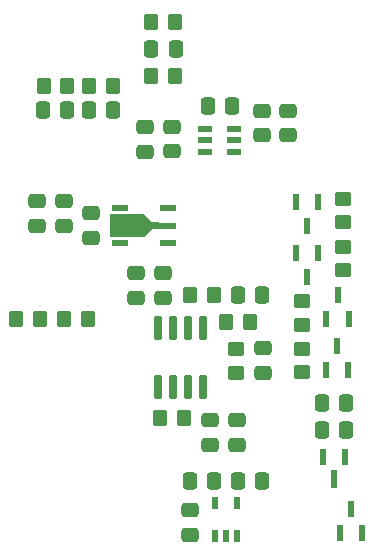
<source format=gbr>
%TF.GenerationSoftware,KiCad,Pcbnew,8.0.7+1*%
%TF.CreationDate,2025-02-06T19:29:56-05:00*%
%TF.ProjectId,jetKVM-audio-expansion,6a65744b-564d-42d6-9175-64696f2d6578,rev?*%
%TF.SameCoordinates,Original*%
%TF.FileFunction,Paste,Top*%
%TF.FilePolarity,Positive*%
%FSLAX46Y46*%
G04 Gerber Fmt 4.6, Leading zero omitted, Abs format (unit mm)*
G04 Created by KiCad (PCBNEW 8.0.7+1) date 2025-02-06 19:29:56*
%MOMM*%
%LPD*%
G01*
G04 APERTURE LIST*
G04 Aperture macros list*
%AMRoundRect*
0 Rectangle with rounded corners*
0 $1 Rounding radius*
0 $2 $3 $4 $5 $6 $7 $8 $9 X,Y pos of 4 corners*
0 Add a 4 corners polygon primitive as box body*
4,1,4,$2,$3,$4,$5,$6,$7,$8,$9,$2,$3,0*
0 Add four circle primitives for the rounded corners*
1,1,$1+$1,$2,$3*
1,1,$1+$1,$4,$5*
1,1,$1+$1,$6,$7*
1,1,$1+$1,$8,$9*
0 Add four rect primitives between the rounded corners*
20,1,$1+$1,$2,$3,$4,$5,0*
20,1,$1+$1,$4,$5,$6,$7,0*
20,1,$1+$1,$6,$7,$8,$9,0*
20,1,$1+$1,$8,$9,$2,$3,0*%
%AMFreePoly0*
4,1,9,0.939800,1.993900,0.266700,1.371600,0.266700,-0.711200,-0.266700,-0.711200,-0.266700,1.371600,-0.939800,1.993900,-0.939800,4.876800,0.939800,4.876800,0.939800,1.993900,0.939800,1.993900,$1*%
G04 Aperture macros list end*
%ADD10C,0.000000*%
%ADD11RoundRect,0.250000X-0.350000X-0.450000X0.350000X-0.450000X0.350000X0.450000X-0.350000X0.450000X0*%
%ADD12RoundRect,0.250000X0.337500X0.475000X-0.337500X0.475000X-0.337500X-0.475000X0.337500X-0.475000X0*%
%ADD13RoundRect,0.250000X0.475000X-0.337500X0.475000X0.337500X-0.475000X0.337500X-0.475000X-0.337500X0*%
%ADD14R,0.558800X1.320800*%
%ADD15R,0.558800X1.587500*%
%ADD16RoundRect,0.250000X-0.475000X0.337500X-0.475000X-0.337500X0.475000X-0.337500X0.475000X0.337500X0*%
%ADD17R,1.422400X0.482600*%
%ADD18FreePoly0,90.000000*%
%ADD19RoundRect,0.250000X-0.337500X-0.475000X0.337500X-0.475000X0.337500X0.475000X-0.337500X0.475000X0*%
%ADD20RoundRect,0.250000X0.450000X-0.350000X0.450000X0.350000X-0.450000X0.350000X-0.450000X-0.350000X0*%
%ADD21RoundRect,0.250000X-0.450000X0.350000X-0.450000X-0.350000X0.450000X-0.350000X0.450000X0.350000X0*%
%ADD22RoundRect,0.250000X0.350000X0.450000X-0.350000X0.450000X-0.350000X-0.450000X0.350000X-0.450000X0*%
%ADD23R,0.599999X1.000000*%
%ADD24RoundRect,0.075000X-0.225000X0.910000X-0.225000X-0.910000X0.225000X-0.910000X0.225000X0.910000X0*%
%ADD25RoundRect,0.072500X-0.532500X-0.217500X0.532500X-0.217500X0.532500X0.217500X-0.532500X0.217500X0*%
G04 APERTURE END LIST*
D10*
%TO.C,U5*%
G36*
X117665000Y-96761300D02*
G01*
X118325400Y-96761300D01*
X118325400Y-97294700D01*
X117665000Y-97294700D01*
X117042700Y-97967800D01*
X114159800Y-97967800D01*
X114159800Y-97294700D01*
X114159800Y-96761300D01*
X114159800Y-96088200D01*
X117042700Y-96088200D01*
X117665000Y-96761300D01*
G37*
%TD*%
D11*
%TO.C,R15*%
X110524800Y-85191600D03*
X108524800Y-85191600D03*
%TD*%
%TO.C,R14*%
X114385600Y-85191600D03*
X112385600Y-85191600D03*
%TD*%
D12*
%TO.C,C22*%
X112348100Y-87274400D03*
X114423100Y-87274400D03*
%TD*%
%TO.C,C21*%
X108436500Y-87274400D03*
X110511500Y-87274400D03*
%TD*%
D13*
%TO.C,C6*%
X119395000Y-90754000D03*
X119395000Y-88679000D03*
%TD*%
D14*
%TO.C,U7*%
X134046001Y-116586000D03*
X132145999Y-116586000D03*
D15*
X133096000Y-118484650D03*
%TD*%
D16*
%TO.C,C14*%
X127063497Y-107399000D03*
X127063497Y-109474000D03*
%TD*%
D11*
%TO.C,R9*%
X123968000Y-105156000D03*
X125968000Y-105156000D03*
%TD*%
D12*
%TO.C,C3*%
X124496500Y-86922500D03*
X122421500Y-86922500D03*
%TD*%
D17*
%TO.C,U5*%
X119036600Y-98526600D03*
D18*
X119036600Y-97028000D03*
D17*
X119036600Y-95529400D03*
X115023400Y-95529400D03*
X115023400Y-98526600D03*
%TD*%
D19*
%TO.C,C18*%
X124946500Y-102870000D03*
X127021500Y-102870000D03*
%TD*%
D13*
%TO.C,C2*%
X117109000Y-90775500D03*
X117109000Y-88700500D03*
%TD*%
D16*
%TO.C,C5*%
X118618000Y-101070500D03*
X118618000Y-103145500D03*
%TD*%
D12*
%TO.C,C15*%
X134133500Y-114300000D03*
X132058500Y-114300000D03*
%TD*%
D16*
%TO.C,C8*%
X110236000Y-94974500D03*
X110236000Y-97049500D03*
%TD*%
D20*
%TO.C,R13*%
X130365500Y-109442000D03*
X130365500Y-107442000D03*
%TD*%
D11*
%TO.C,R3*%
X120920000Y-102870000D03*
X122920000Y-102870000D03*
%TD*%
D21*
%TO.C,R10*%
X133858000Y-98806000D03*
X133858000Y-100806000D03*
%TD*%
D11*
%TO.C,R8*%
X117634000Y-84328000D03*
X119634000Y-84328000D03*
%TD*%
%TO.C,R4*%
X106188000Y-104902000D03*
X108188000Y-104902000D03*
%TD*%
D22*
%TO.C,R1*%
X119618000Y-79756000D03*
X117618000Y-79756000D03*
%TD*%
%TO.C,R5*%
X112252000Y-104902000D03*
X110252000Y-104902000D03*
%TD*%
D23*
%TO.C,U6*%
X123001999Y-123295001D03*
X123952000Y-123295001D03*
X124901998Y-123295001D03*
X124901998Y-120545001D03*
X123001999Y-120545001D03*
%TD*%
D24*
%TO.C,U1*%
X122047000Y-105734000D03*
X120777000Y-105734000D03*
X119507000Y-105734000D03*
X118237000Y-105734000D03*
X118237000Y-110674000D03*
X119507000Y-110674000D03*
X120777000Y-110674000D03*
X122047000Y-110674000D03*
%TD*%
D20*
%TO.C,R7*%
X124777498Y-109474000D03*
X124777498Y-107474000D03*
%TD*%
D14*
%TO.C,U11*%
X132397500Y-109220000D03*
X134302500Y-109220000D03*
X133350000Y-107188000D03*
%TD*%
%TO.C,U8*%
X131762498Y-99314000D03*
X129857498Y-99314000D03*
X130809998Y-101346000D03*
%TD*%
D16*
%TO.C,C20*%
X116332000Y-101070500D03*
X116332000Y-103145500D03*
%TD*%
D13*
%TO.C,C9*%
X120904000Y-123211500D03*
X120904000Y-121136500D03*
%TD*%
D14*
%TO.C,U9*%
X131762500Y-94996000D03*
X129857500Y-94996000D03*
X130810000Y-97028000D03*
%TD*%
D11*
%TO.C,R6*%
X118396000Y-113284000D03*
X120396000Y-113284000D03*
%TD*%
D12*
%TO.C,C12*%
X119701500Y-82042000D03*
X117626500Y-82042000D03*
%TD*%
D21*
%TO.C,R11*%
X133858000Y-94742000D03*
X133858000Y-96742000D03*
%TD*%
D12*
%TO.C,C17*%
X134133500Y-112014000D03*
X132058500Y-112014000D03*
%TD*%
D14*
%TO.C,U10*%
X132460999Y-104917998D03*
X134365999Y-104917998D03*
X133413499Y-102885998D03*
%TD*%
D16*
%TO.C,C16*%
X107950000Y-94974500D03*
X107950000Y-97049500D03*
%TD*%
D12*
%TO.C,C10*%
X122957500Y-118618000D03*
X120882500Y-118618000D03*
%TD*%
D14*
%TO.C,U4*%
X133604000Y-123062999D03*
X135509000Y-123062999D03*
X134556500Y-121030999D03*
%TD*%
D16*
%TO.C,C4*%
X122618498Y-113500000D03*
X122618498Y-115575000D03*
%TD*%
D25*
%TO.C,U2*%
X122153200Y-88864400D03*
X122153200Y-89814400D03*
X122153200Y-90764400D03*
X124663200Y-90764400D03*
X124663200Y-89814400D03*
X124663200Y-88864400D03*
%TD*%
D16*
%TO.C,C19*%
X124904498Y-113500000D03*
X124904498Y-115575000D03*
%TD*%
D13*
%TO.C,C1*%
X129235200Y-89378700D03*
X129235200Y-87303700D03*
%TD*%
%TO.C,C11*%
X112522000Y-98065500D03*
X112522000Y-95990500D03*
%TD*%
D19*
%TO.C,C13*%
X124946500Y-118618000D03*
X127021500Y-118618000D03*
%TD*%
D13*
%TO.C,C7*%
X127015000Y-89400200D03*
X127015000Y-87325200D03*
%TD*%
D20*
%TO.C,R12*%
X130365498Y-105426002D03*
X130365498Y-103426002D03*
%TD*%
M02*

</source>
